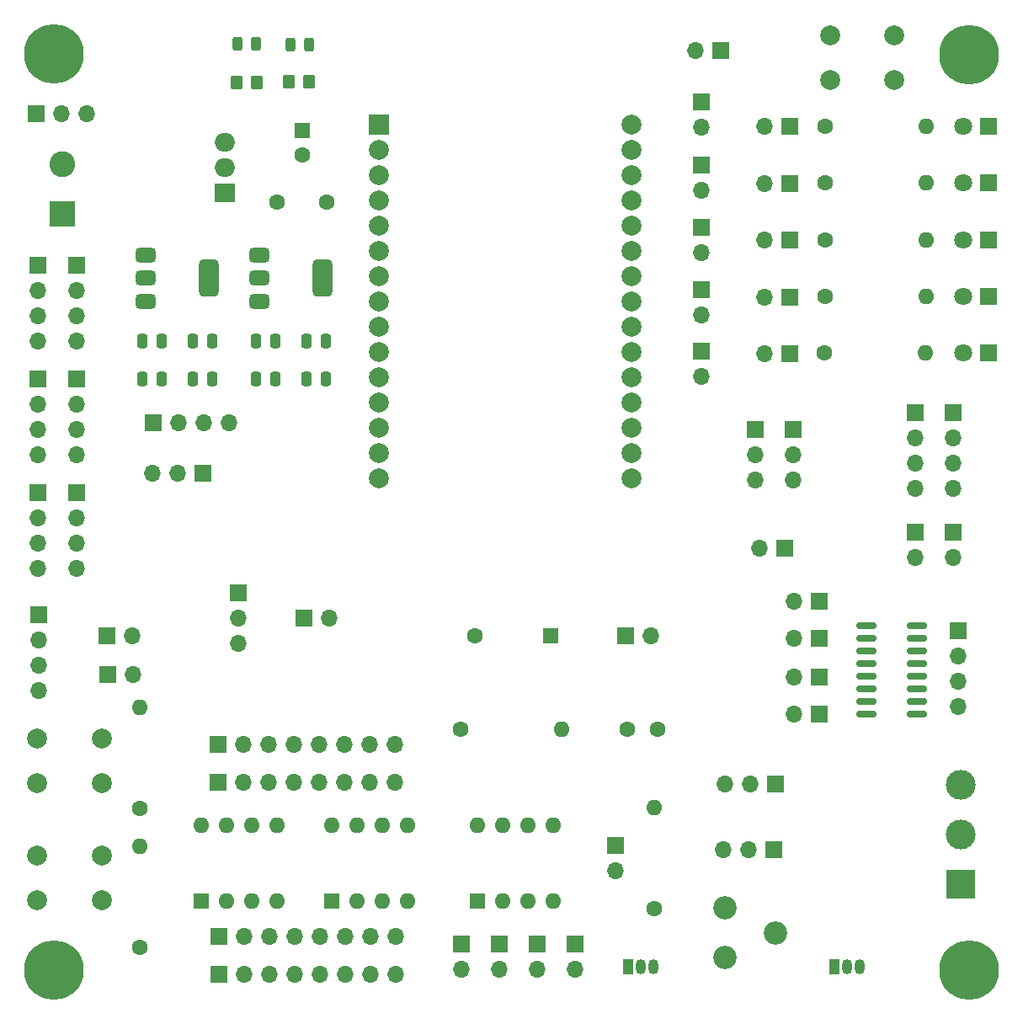
<source format=gts>
G04 #@! TF.GenerationSoftware,KiCad,Pcbnew,8.0.7*
G04 #@! TF.CreationDate,2025-01-05T11:31:50-06:00*
G04 #@! TF.ProjectId,base_esp32,62617365-5f65-4737-9033-322e6b696361,v0.1*
G04 #@! TF.SameCoordinates,Original*
G04 #@! TF.FileFunction,Soldermask,Top*
G04 #@! TF.FilePolarity,Negative*
%FSLAX46Y46*%
G04 Gerber Fmt 4.6, Leading zero omitted, Abs format (unit mm)*
G04 Created by KiCad (PCBNEW 8.0.7) date 2025-01-05 11:31:50*
%MOMM*%
%LPD*%
G01*
G04 APERTURE LIST*
G04 Aperture macros list*
%AMRoundRect*
0 Rectangle with rounded corners*
0 $1 Rounding radius*
0 $2 $3 $4 $5 $6 $7 $8 $9 X,Y pos of 4 corners*
0 Add a 4 corners polygon primitive as box body*
4,1,4,$2,$3,$4,$5,$6,$7,$8,$9,$2,$3,0*
0 Add four circle primitives for the rounded corners*
1,1,$1+$1,$2,$3*
1,1,$1+$1,$4,$5*
1,1,$1+$1,$6,$7*
1,1,$1+$1,$8,$9*
0 Add four rect primitives between the rounded corners*
20,1,$1+$1,$2,$3,$4,$5,0*
20,1,$1+$1,$4,$5,$6,$7,0*
20,1,$1+$1,$6,$7,$8,$9,0*
20,1,$1+$1,$8,$9,$2,$3,0*%
G04 Aperture macros list end*
%ADD10R,1.700000X1.700000*%
%ADD11O,1.700000X1.700000*%
%ADD12RoundRect,0.250000X-0.250000X-0.475000X0.250000X-0.475000X0.250000X0.475000X-0.250000X0.475000X0*%
%ADD13R,1.800000X1.800000*%
%ADD14C,1.800000*%
%ADD15C,1.600000*%
%ADD16R,1.600000X1.600000*%
%ADD17O,1.600000X1.600000*%
%ADD18C,2.000000*%
%ADD19RoundRect,0.250000X0.350000X0.450000X-0.350000X0.450000X-0.350000X-0.450000X0.350000X-0.450000X0*%
%ADD20R,1.050000X1.500000*%
%ADD21O,1.050000X1.500000*%
%ADD22C,3.400000*%
%ADD23C,6.000000*%
%ADD24R,2.600000X2.600000*%
%ADD25C,2.600000*%
%ADD26RoundRect,0.150000X-0.850000X-0.150000X0.850000X-0.150000X0.850000X0.150000X-0.850000X0.150000X0*%
%ADD27C,2.340000*%
%ADD28R,3.000000X3.000000*%
%ADD29C,3.000000*%
%ADD30RoundRect,0.243750X-0.243750X-0.456250X0.243750X-0.456250X0.243750X0.456250X-0.243750X0.456250X0*%
%ADD31R,2.000000X1.905000*%
%ADD32O,2.000000X1.905000*%
%ADD33RoundRect,0.375000X-0.625000X-0.375000X0.625000X-0.375000X0.625000X0.375000X-0.625000X0.375000X0*%
%ADD34RoundRect,0.500000X-0.500000X-1.400000X0.500000X-1.400000X0.500000X1.400000X-0.500000X1.400000X0*%
%ADD35R,2.000000X2.000000*%
G04 APERTURE END LIST*
D10*
X105171000Y-60960000D03*
D11*
X107711000Y-60960000D03*
X110251000Y-60960000D03*
D12*
X120970000Y-87630000D03*
X122870000Y-87630000D03*
X132400000Y-83820000D03*
X134300000Y-83820000D03*
D10*
X180975000Y-73660000D03*
D11*
X178435000Y-73660000D03*
D10*
X197891400Y-112955000D03*
D11*
X197891400Y-115495000D03*
X197891400Y-118035000D03*
X197891400Y-120575000D03*
D13*
X200914000Y-73587000D03*
D14*
X198374000Y-73587000D03*
D13*
X200914000Y-67908500D03*
D14*
X198374000Y-67908500D03*
D10*
X183951800Y-121310400D03*
D11*
X181411800Y-121310400D03*
D10*
X105410000Y-111328200D03*
D11*
X105410000Y-113868200D03*
X105410000Y-116408200D03*
X105410000Y-118948200D03*
D15*
X129427600Y-69799200D03*
X134427600Y-69799200D03*
D16*
X121798000Y-140106800D03*
D17*
X124338000Y-140106800D03*
X126878000Y-140106800D03*
X129418000Y-140106800D03*
X129418000Y-132486800D03*
X126878000Y-132486800D03*
X124338000Y-132486800D03*
X121798000Y-132486800D03*
D10*
X193598800Y-90992800D03*
D11*
X193598800Y-93532800D03*
X193598800Y-96072800D03*
X193598800Y-98612800D03*
D18*
X105260000Y-135545000D03*
X111760000Y-135545000D03*
X105260000Y-140045000D03*
X111760000Y-140045000D03*
D19*
X132622800Y-57708800D03*
X130622800Y-57708800D03*
D10*
X183951800Y-113690400D03*
D11*
X181411800Y-113690400D03*
D15*
X184540000Y-79265500D03*
D17*
X194700000Y-79265500D03*
D10*
X173990000Y-54610000D03*
D11*
X171450000Y-54610000D03*
D10*
X172059600Y-84836000D03*
D11*
X172059600Y-87376000D03*
D20*
X164744400Y-146710400D03*
D21*
X166014400Y-146710400D03*
X167284400Y-146710400D03*
D10*
X123535200Y-147472800D03*
D11*
X126075200Y-147472800D03*
X128615200Y-147472800D03*
X131155200Y-147472800D03*
X133695200Y-147472800D03*
X136235200Y-147472800D03*
X138775200Y-147472800D03*
X141315200Y-147472800D03*
D10*
X151739600Y-144368600D03*
D11*
X151739600Y-146908600D03*
D10*
X172059600Y-66085800D03*
D11*
X172059600Y-68625800D03*
D22*
X199000000Y-147000000D03*
D23*
X199000000Y-147000000D03*
D24*
X107831000Y-70993000D03*
D25*
X107831000Y-65993000D03*
D10*
X172059600Y-78587600D03*
D11*
X172059600Y-81127600D03*
D18*
X105260000Y-123770000D03*
X111760000Y-123770000D03*
X105260000Y-128270000D03*
X111760000Y-128270000D03*
D10*
X180975000Y-85090000D03*
D11*
X178435000Y-85090000D03*
D10*
X172085000Y-59740800D03*
D11*
X172085000Y-62280800D03*
D26*
X188711200Y-112395000D03*
X188711200Y-113665000D03*
X188711200Y-114935000D03*
X188711200Y-116205000D03*
X188711200Y-117475000D03*
X188711200Y-118745000D03*
X188711200Y-120015000D03*
X188711200Y-121285000D03*
X193711200Y-121285000D03*
X193711200Y-120015000D03*
X193711200Y-118745000D03*
X193711200Y-117475000D03*
X193711200Y-116205000D03*
X193711200Y-114935000D03*
X193711200Y-113665000D03*
X193711200Y-112395000D03*
D15*
X147904200Y-122783600D03*
D17*
X158064200Y-122783600D03*
D10*
X123509800Y-124384200D03*
D11*
X126049800Y-124384200D03*
X128589800Y-124384200D03*
X131129800Y-124384200D03*
X133669800Y-124384200D03*
X136209800Y-124384200D03*
X138749800Y-124384200D03*
X141289800Y-124384200D03*
D15*
X184540000Y-62230000D03*
D17*
X194700000Y-62230000D03*
D18*
X184989324Y-53071200D03*
X191489324Y-53071200D03*
X184989324Y-57571200D03*
X191489324Y-57571200D03*
D16*
X134939800Y-140106800D03*
D17*
X137479800Y-140106800D03*
X140019800Y-140106800D03*
X142559800Y-140106800D03*
X142559800Y-132486800D03*
X140019800Y-132486800D03*
X137479800Y-132486800D03*
X134939800Y-132486800D03*
D10*
X181299800Y-92674200D03*
D11*
X181299800Y-95214200D03*
X181299800Y-97754200D03*
D10*
X121991600Y-97053400D03*
D11*
X119451600Y-97053400D03*
X116911600Y-97053400D03*
D10*
X109220000Y-99060000D03*
D11*
X109220000Y-101600000D03*
X109220000Y-104140000D03*
X109220000Y-106680000D03*
D10*
X180975000Y-67945000D03*
D11*
X178435000Y-67945000D03*
D10*
X132105400Y-111633000D03*
D11*
X134645400Y-111633000D03*
D19*
X127365000Y-57785000D03*
X125365000Y-57785000D03*
D15*
X184480000Y-84944000D03*
D17*
X194640000Y-84944000D03*
D20*
X185470800Y-146685000D03*
D21*
X186740800Y-146685000D03*
X188010800Y-146685000D03*
D10*
X193598800Y-102971600D03*
D11*
X193598800Y-105511600D03*
D13*
X200914000Y-62230000D03*
D14*
X198374000Y-62230000D03*
D27*
X174487200Y-145796000D03*
X179487200Y-143296000D03*
X174487200Y-140796000D03*
D10*
X180975000Y-62230000D03*
D11*
X178435000Y-62230000D03*
D10*
X164485400Y-113411000D03*
D11*
X167025400Y-113411000D03*
D15*
X115570000Y-144780000D03*
D17*
X115570000Y-134620000D03*
D15*
X167640000Y-122809000D03*
X164640000Y-122809000D03*
D28*
X198120000Y-138430000D03*
D29*
X198120000Y-133430000D03*
X198120000Y-128430000D03*
D12*
X127320000Y-83820000D03*
X129220000Y-83820000D03*
D10*
X183951800Y-109931200D03*
D11*
X181411800Y-109931200D03*
D13*
X200914000Y-84944000D03*
D14*
X198374000Y-84944000D03*
D10*
X125552200Y-109118400D03*
D11*
X125552200Y-111658400D03*
X125552200Y-114198400D03*
D10*
X112359600Y-117348000D03*
D11*
X114899600Y-117348000D03*
D10*
X180467000Y-104597200D03*
D11*
X177927000Y-104597200D03*
D10*
X177489800Y-92674200D03*
D11*
X177489800Y-95214200D03*
X177489800Y-97754200D03*
D10*
X179512200Y-128332000D03*
D11*
X176972200Y-128332000D03*
X174432200Y-128332000D03*
D12*
X127320000Y-87630000D03*
X129220000Y-87630000D03*
D10*
X179400200Y-134936000D03*
D11*
X176860200Y-134936000D03*
X174320200Y-134936000D03*
D10*
X123509800Y-128194200D03*
D11*
X126049800Y-128194200D03*
X128589800Y-128194200D03*
X131129800Y-128194200D03*
X133669800Y-128194200D03*
X136209800Y-128194200D03*
X138749800Y-128194200D03*
X141289800Y-128194200D03*
D10*
X105385000Y-87640000D03*
D11*
X105385000Y-90180000D03*
X105385000Y-92720000D03*
X105385000Y-95260000D03*
D15*
X184540000Y-73587000D03*
D17*
X194700000Y-73587000D03*
D10*
X163449000Y-134513400D03*
D11*
X163449000Y-137053400D03*
D10*
X147929600Y-144368600D03*
D11*
X147929600Y-146908600D03*
D15*
X184540000Y-67908500D03*
D17*
X194700000Y-67908500D03*
D15*
X167309800Y-140868400D03*
D17*
X167309800Y-130708400D03*
D30*
X130736100Y-53949600D03*
X132611100Y-53949600D03*
D22*
X199000000Y-55000000D03*
D23*
X199000000Y-55000000D03*
D10*
X105385000Y-76200000D03*
D11*
X105385000Y-78740000D03*
X105385000Y-81280000D03*
X105385000Y-83820000D03*
D12*
X132400000Y-87630000D03*
X134300000Y-87630000D03*
D10*
X197408800Y-90992800D03*
D11*
X197408800Y-93532800D03*
X197408800Y-96072800D03*
X197408800Y-98612800D03*
D10*
X105385000Y-99060000D03*
D11*
X105385000Y-101600000D03*
X105385000Y-104140000D03*
X105385000Y-106680000D03*
D10*
X123535200Y-143662800D03*
D11*
X126075200Y-143662800D03*
X128615200Y-143662800D03*
X131155200Y-143662800D03*
X133695200Y-143662800D03*
X136235200Y-143662800D03*
X138775200Y-143662800D03*
X141315200Y-143662800D03*
D22*
X107000000Y-54925000D03*
D23*
X107000000Y-54925000D03*
D31*
X124135000Y-68884800D03*
D32*
X124135000Y-66344800D03*
X124135000Y-63804800D03*
D33*
X127660000Y-75170000D03*
X127660000Y-77470000D03*
D34*
X133960000Y-77470000D03*
D33*
X127660000Y-79770000D03*
D12*
X120970000Y-83820000D03*
X122870000Y-83820000D03*
D35*
X139662000Y-62000400D03*
D18*
X139662000Y-64540400D03*
X139662000Y-67080400D03*
X139662000Y-69620400D03*
X139662000Y-72160400D03*
X139662000Y-74700400D03*
X139662000Y-77240400D03*
X139662000Y-79780400D03*
X139662000Y-82320400D03*
X139662000Y-84860400D03*
X139662000Y-87400400D03*
X139662000Y-89940400D03*
X139662000Y-92480400D03*
X139662000Y-95020400D03*
X139662000Y-97560400D03*
X165062000Y-97560400D03*
X165062000Y-95020400D03*
X165062000Y-92480400D03*
X165062000Y-89940400D03*
X165062000Y-87400400D03*
X165062000Y-84860400D03*
X165062000Y-82320400D03*
X165062000Y-79780400D03*
X165062000Y-77240400D03*
X165062000Y-74700400D03*
X165062000Y-72160400D03*
X165062000Y-69620400D03*
X165062000Y-67080400D03*
X165062000Y-64540400D03*
X165062000Y-62000400D03*
D10*
X112288400Y-113436400D03*
D11*
X114828400Y-113436400D03*
D15*
X115570000Y-130810000D03*
D17*
X115570000Y-120650000D03*
D10*
X172059600Y-72339200D03*
D11*
X172059600Y-74879200D03*
D10*
X109220000Y-87630000D03*
D11*
X109220000Y-90170000D03*
X109220000Y-92710000D03*
X109220000Y-95250000D03*
D10*
X155549600Y-144368600D03*
D11*
X155549600Y-146908600D03*
D30*
X125427500Y-53912500D03*
X127302500Y-53912500D03*
D10*
X159359600Y-144368600D03*
D11*
X159359600Y-146908600D03*
D10*
X116941600Y-91973400D03*
D11*
X119481600Y-91973400D03*
X122021600Y-91973400D03*
X124561600Y-91973400D03*
D22*
X107000000Y-147000000D03*
D23*
X107000000Y-147000000D03*
D12*
X115890000Y-83820000D03*
X117790000Y-83820000D03*
D10*
X180975000Y-79375000D03*
D11*
X178435000Y-79375000D03*
D10*
X197408800Y-102971600D03*
D11*
X197408800Y-105511600D03*
D13*
X200914000Y-79265500D03*
D14*
X198374000Y-79265500D03*
D12*
X115890000Y-87630000D03*
X117790000Y-87630000D03*
D10*
X183951800Y-117576600D03*
D11*
X181411800Y-117576600D03*
D10*
X109220000Y-76200000D03*
D11*
X109220000Y-78740000D03*
X109220000Y-81280000D03*
X109220000Y-83820000D03*
D16*
X131927600Y-62599688D03*
D15*
X131927600Y-65099688D03*
D33*
X116230000Y-75170000D03*
X116230000Y-77470000D03*
D34*
X122530000Y-77470000D03*
D33*
X116230000Y-79770000D03*
D16*
X149529800Y-140106400D03*
D17*
X152069800Y-140106400D03*
X154609800Y-140106400D03*
X157149800Y-140106400D03*
X157149800Y-132486400D03*
X154609800Y-132486400D03*
X152069800Y-132486400D03*
X149529800Y-132486400D03*
D16*
X156936600Y-113385600D03*
D15*
X149336600Y-113385600D03*
M02*

</source>
